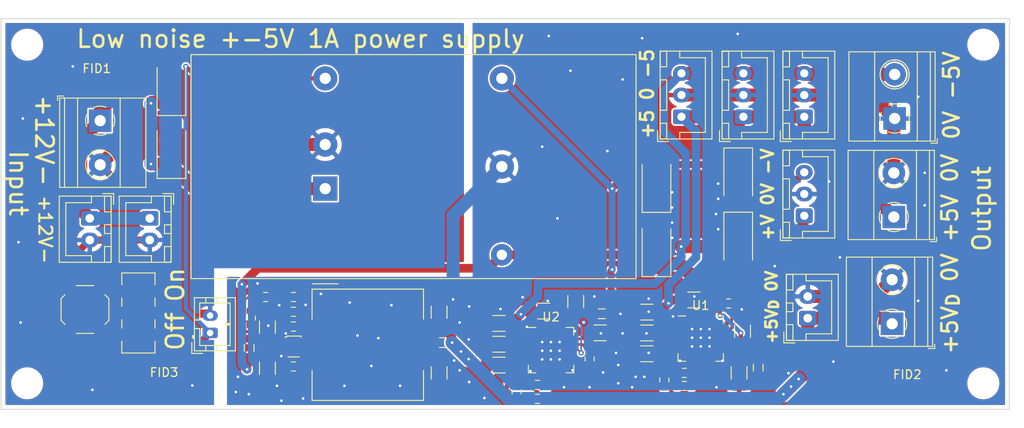
<source format=kicad_pcb>
(kicad_pcb (version 20221018) (generator pcbnew)
  (title_block (comment 4 "AISLER Project ID: TQEIXWXZ"))
  (layers (0 "F.Cu" signal) (31 "B.Cu" signal) (34 "B.Paste" user) (35 "F.Paste" user) (36 "B.SilkS" user "B.Silkscreen") (37 "F.SilkS" user "F.Silkscreen") (38 "B.Mask" user) (39 "F.Mask" user) (44 "Edge.Cuts" user))
  (net 0 "")
  (net 1 "+5V")
  (net 2 "GND")
  (net 3 "Net-(U1-EN)")
  (net 4 "IN")
  (net 5 "-5V")
  (net 6 "Net-(U3-EN)")
  (net 7 "+5VD")
  (net 8 "Net-(U3-SW)")
  (net 9 "Net-(D3-A)")
  (net 10 "+12V")
  (net 11 "-12V")
  (net 12 "Net-(U1-SENSE{slash}FB)")
  (net 21 "Net-(U1-NR)")
  (net 22 "Net-(U2-FB)")
  (net 23 "Net-(U2-NR{slash}SS)")
  (net 24 "Net-(U3-RT)")
  (net 25 "Net-(U3-BST)")
  (net 26 "Net-(U3-SS)")
  (net 27 "Net-(U3-FB)")
  (net 28 "Net-(C22-Pad1)")
  (net 29 "Net-(J12-Pin_1)")
  (net 30 "GNDPWR")
  (net 32 "/12V_{In}")
  (footprint "Diode_SMD:D_SMA" (layer "F.Cu") (at 142.8 57.8 -90)
    (fp_text reference "D2" hide)
    (fp_text value "SMAJ5.0A")
  )
  (footprint "Connector_JST:JST_XH_B2B-XH-A_1x02_P2.50mm_Vertical" (layer "F.Cu") (at 75.1 55 -90)
    (fp_text reference "J13" hide)
    (fp_text value "B2B-XH-A")
  )
  (footprint "Diode_SMD:D_SMA" (layer "F.Cu") (at 77.6 39.65 90)
    (fp_text reference "D3" hide)
    (fp_text value "SS210")
  )
  (footprint "Resistor_SMD:R_0603_1608Metric" (layer "F.Cu") (at 119.71 74.19)
    (fp_text reference "R5" hide)
    (fp_text value "102k")
  )
  (footprint "Inductor_SMD:L_0805_2012Metric" (layer "F.Cu") (at 145.1 72.2 90)
    (fp_text reference "FB1" hide)
    (fp_text value "742792097")
  )
  (footprint "Package_TO_SOT_SMD:SOT-583-8" (layer "F.Cu") (at 91.6475 69.7625)
    (fp_text reference "U3" hide)
    (fp_text value "TPS62932")
  )
  (footprint "Capacitor_SMD:C_1206_3216Metric" (layer "F.Cu") (at 88.6375 72.2625 90)
    (fp_text reference "C19" hide)
    (fp_text value "22uF 16V")
  )
  (footprint "Inductor_SMD:L_0805_2012Metric" (layer "F.Cu") (at 86.5375 69.925 90)
    (fp_text reference "FB3" hide)
    (fp_text value "742792097")
  )
  (footprint "Connector_JST:JST_XH_B3B-XH-A_1x03_P2.50mm_Vertical" (layer "F.Cu") (at 150.4 43.3 90)
    (fp_text reference "J1" hide)
    (fp_text value "B3B-XH-A")
  )
  (footprint "Uli-RAM:L_SXN_SMDRI127" (layer "F.Cu") (at 100.1875 69.5625)
    (fp_text reference "L1" hide)
    (fp_text value "L_Small")
  )
  (footprint "Connector_JST:JST_XH_B2B-XH-A_1x02_P2.50mm_Vertical" (layer "F.Cu") (at 150.8 66.5 90)
    (fp_text reference "J11" hide)
    (fp_text value "B2B-XH-A")
  )
  (footprint "Fiducial:Fiducial_0.5mm_Mask1mm" (layer "F.Cu") (at 69 39.25)
    (fp_text reference "FID1")
    (fp_text value "Fiducial")
  )
  (footprint "Resistor_SMD:R_0603_1608Metric" (layer "F.Cu") (at 141.7 64.8)
    (fp_text reference "C1" hide)
    (fp_text value "1uF")
  )
  (footprint "Resistor_SMD:R_0603_1608Metric" (layer "F.Cu") (at 125.71 71.19 -90)
    (fp_text reference "C12" hide)
    (fp_text value "1uF")
  )
  (footprint "Resistor_SMD:R_0603_1608Metric" (layer "F.Cu") (at 136.6 74.31)
    (fp_text reference "R2" hide)
    (fp_text value "25.5k")
  )
  (footprint "Fiducial:Fiducial_0.5mm_Mask1mm" (layer "F.Cu") (at 162.25 74.5)
    (fp_text reference "FID2")
    (fp_text value "Fiducial")
  )
  (footprint "Resistor_SMD:R_0603_1608Metric" (layer "F.Cu") (at 91.6375 64.0625)
    (fp_text reference "R7" hide)
    (fp_text value "102k")
  )
  (footprint "Resistor_SMD:R_0603_1608Metric" (layer "F.Cu") (at 91.6375 67.4625 180)
    (fp_text reference "C9" hide)
    (fp_text value "1uF")
  )
  (footprint "Capacitor_SMD:C_1206_3216Metric" (layer "F.Cu") (at 142.9 72.8 90)
    (fp_text reference "C7" hide)
    (fp_text value "22uF 16V")
  )
  (footprint "Connector_JST:JST_XH_B3B-XH-A_1x03_P2.50mm_Vertical" (layer "F.Cu") (at 143.4 43.3 90)
    (fp_text reference "J2" hide)
    (fp_text value "B3B-XH-A")
  )
  (footprint "Resistor_SMD:R_0603_1608Metric" (layer "F.Cu") (at 119.71 75.79)
    (fp_text reference "R4" hide)
    (fp_text value "332k")
  )
  (footprint "Button_Switch_SMD:SW_SPST_TL3342" (layer "F.Cu") (at 67.65 65.5 -90)
    (fp_text reference "SW1" hide)
    (fp_text value "RST")
  )
  (footprint "Capacitor_SMD:C_1206_3216Metric" (layer "F.Cu") (at 143.3 68 90)
    (fp_text reference "C8" hide)
    (fp_text value "22uF 16V")
  )
  (footprint "TerminalBlock_Phoenix:TerminalBlock_Phoenix_MKDS-1,5-2-5.08_1x02_P5.08mm_Horizontal" (layer "F.Cu") (at 160.705 54.845 90)
    (fp_text reference "J6" hide)
    (fp_text value "Screw_Terminal_01x02")
  )
  (footprint "Resistor_SMD:R_0603_1608Metric" (layer "F.Cu") (at 88.4375 64.0625)
    (fp_text reference "R6" hide)
    (fp_text value "332k")
  )
  (footprint "Capacitor_SMD:C_1206_3216Metric" (layer "F.Cu") (at 124.11 64.59 -90)
    (fp_text reference "C10" hide)
    (fp_text value "22uF 16V")
  )
  (footprint "Capacitor_SMD:C_1206_3216Metric" (layer "F.Cu") (at 132.3 65.8 180)
    (fp_text reference "C6" hide)
    (fp_text value "22uF 16V")
  )
  (footprint "Connector_JST:JST_XH_B2B-XH-A_1x02_P2.50mm_Vertical" (layer "F.Cu") (at 68.2 55 -90)
    (fp_text reference "J5" hide)
    (fp_text value "B2B-XH-A")
  )
  (footprint "Connector_JST:JST_XH_B3B-XH-A_1x03_P2.50mm_Vertical" (layer "F.Cu") (at 136.275 43.3 90)
    (fp_text reference "J3" hide)
    (fp_text value "B3B-XH-A")
  )
  (footprint "Resistor_SMD:R_0603_1608Metric" (layer "F.Cu") (at 136.6 72.8)
    (fp_text reference "R1" hide)
    (fp_text value "10k")
  )
  (footprint "Capacitor_SMD:C_1206_3216Metric" (layer "F.Cu") (at 120.4325 65.68 180)
    (fp_text reference "C14" hide)
    (fp_text value "22uF 16V")
  )
  (footprint "Capacitor_SMD:C_1206_3216Metric" (layer "F.Cu") (at 115.275 71.9)
    (fp_text reference "C16" hide)
    (fp_text value "22uF 16V")
  )
  (footprint "Resistor_SMD:R_0603_1608Metric" (layer "F.Cu") (at 134.3 73.6 90)
    (fp_text reference "C2" hide)
    (fp_text value "10uF")
  )
  (footprint "Button_Switch_SMD:SW_DPDT_CK_JS202011JCQN" (layer "F.Cu") (at 73.8 65.9 -90)
    (fp_text reference "SW2" hide)
    (fp_text value "SW_SPDT")
  )
  (footprint "TerminalBlock_Phoenix:TerminalBlock_Phoenix_MKDS-1,5-2-5.08_1x02_P5.08mm_Horizontal" (layer "F.Cu") (at 160.505 67.145 90)
    (fp_text reference "J10" hide)
    (fp_text value "Screw_Terminal_01x02")
  )
  (footprint "Capacitor_SMD:C_1206_3216Metric" (layer "F.Cu") (at 132.3 68.2 180)
    (fp_text reference "C3" hide)
    (fp_text value "22uF 16V")
  )
  (footprint "Capacitor_SMD:C_1206_3216Metric" (layer "F.Cu") (at 137.7 64.4 180)
    (fp_text reference "C5" hide)
    (fp_text value "22uF 16V")
  )
  (footprint "Uli-DCDC:Converter_DCDC_MeanWell_NSD10_THT" (layer "F.Cu") (at 95.29 51.58)
    (fp_text reference "U4" hide)
    (fp_text value "NSD10-xxDyy")
  )
  (footprint "Package_DFN_QFN:Texas_S-PVQFN-N20_EP3.15x3.15mm" (layer "F.Cu") (at 138.4875 68.85)
    (fp_text reference "U1")
    (fp_text value "TPS7A4701xRGW")
  )
  (footprint "Capacitor_SMD:C_1206_3216Metric" (layer "F.Cu") (at 126.91 68.19)
    (fp_text reference "C11" hide)
    (fp_text value "22uF 16V")
  )
  (footprint "Capacitor_SMD:C_1206_3216Metric" (layer "F.Cu") (at 132.3 70.6)
    (fp_text reference "C4" hide)
    (fp_text value "22uF 16V")
  )
  (footprint "Diode_SMD:D_SMA" (layer "F.Cu") (at 133.4 50.8 90)
    (fp_text reference "D6" hide)
    (fp_text value "SMAJ12.0A")
  )
  (footprint "Resistor_SMD:R_0603_1608Metric" (layer "F.Cu") (at 86.7375 66.4875 90)
    (fp_text reference "C23" hide)
    (fp_text value "10pF")
  )
  (footprint "Diode_SMD:D_SMA" (layer "F.Cu") (at 77.6 46.9 90)
    (fp_text reference "D4" hide)
    (fp_text value "SMAJ12A")
  )
  (footprint "MountingHole:MountingHole_3.2mm_M3_ISO7380" (layer "F.Cu") (at 61 35 90)
    (fp_text reference "H1" hide)
    (fp_text value "MountingHole")
  )
  (footprint "TerminalBlock_Phoenix:TerminalBlock_Phoenix_MKDS-1,5-2-5.08_1x02_P5.08mm_Horizontal" (layer "F.Cu") (at 69.4 43.75 -90)
    (fp_text reference "J8" hide)
    (fp_text value "Screw_Terminal_01x02")
  )
  (footprint "Diode_SMD:D_SMA" (layer "F.Cu") (at 142.8 50.4 -90)
    (fp_text reference "D1" hide)
    (fp_text value "SMAJ5.0A")
  )
  (footprint "MountingHole:MountingHole_3.2mm_M3_ISO7380" (layer "F.Cu") (at 171 74 90)
    (fp_text reference "H3" hide)
    (fp_text value "MountingHole")
  )
  (footprint "MountingHole:MountingHole_3.2mm_M3_ISO7380" (layer "F.Cu") (at 171 35 90)
    (fp_text reference "H4" hide)
    (fp_text value "MountingHole")
  )
  (footprint "Connector_JST:JST_XH_B3B-XH-A_1x03_P2.50mm_Vertical" (layer "F.Cu") (at 150.4 54.7 90)
    (fp_text reference "J9" hide)
    (fp_text value "B3B-XH-A")
  )
  (footprint "Capacitor_SMD:C_1206_3216Metric" (layer "F.Cu") (at 108.3875 65.8125 90)
    (fp_text reference "C21" hide)
    (fp_text value "22uF 16V")
  )
  (footprint "Resistor_SMD:R_0603_1608Metric" (layer "F.Cu") (at 117.31 74.99 90)
    (fp_text reference "C13" hide)
    (fp_text value "1nF")
  )
  (footprint "Capacitor_SMD:C_1206_3216Metric" (layer "F.Cu") (at 88.6375 67.5375 90)
    (fp_text reference "C20" hide)
    (fp_text value "22uF 16V")
  )
  (footprint "Connector_JST:JST_PH_B2B-PH-K_1x02_P2.00mm_Vertical" (layer "F.Cu") (at 82.05 68.2 90)
    (fp_text reference "J12" hide)
    (fp_text value "B2B-XH-A")
  )
  (footprint "Capacitor_SMD:C_1206_3216Metric" (layer "F.Cu") (at 108.3875 72.8125 -90)
    (fp_text reference "C22" hide)
    (fp_text value "22uF 16V")
  )
  (footprint "Capacitor_SMD:C_1206_3216Metric" (layer "F.Cu") (at 115.275 69.5 180)
    (fp_text reference "C15" hide)
    (fp_text value "22uF 16V")
  )
  (footprint "Inductor_SMD:L_0805_2012Metric" (layer "F.Cu") (at 127.11 65.99 180)
    (fp_text reference "FB2" hide)
    (fp_text value "742792097")
  )
  (footprint "Package_DFN_QFN:Texas_S-PVQFN-N20_EP3.15x3.15mm" (layer "F.Cu") (at 121.27 70.18)
    (fp_text reference "U2")
    (fp_text value "TPS7A3301RGW")
  )
  (footprint "Capacitor_SMD:C_1206_3216Metric" (layer "F.Cu") (at 115.275 67.1 180)
    (fp_text reference "C17" hide)
    (fp_text value "22uF 16V")
  )
  (footprint "Diode_SMD:D_SMA" (layer "F.Cu") (at 133.4 58.2 90)
    (fp_text reference "D5" hide)
    (fp_text value "SMAJ12.0A")
  )
  (footprint "Inductor_SMD:L_0805_2012Metric" (layer "F.Cu") (at 108.825 69.3125)
    (fp_text reference "FB4" hide)
    (fp_text value "742792097")
  )
  (footprint "Fiducial:Fiducial_0.5mm_Mask1mm" (layer "F.Cu") (at 76.75 74.25)
    (fp_text reference "FID3")
    (fp_text value "Fiducial")
  )
  (footprint "MountingHole:MountingHole_3.2mm_M3_ISO7380" (layer "F.Cu") (at 61 74 90)
    (fp_text reference "H2" hide)
    (fp_text value "MountingHole")
  )
  (footprint "Resistor_SMD:R_0603_1608Metric" (layer "F.Cu") (at 91.6375 65.7625)
    (fp_text reference "R3" hide)
    (fp_text value "100k")
  )
  (footprint "TerminalBlock_Phoenix:TerminalBlock_Phoenix_MKDS-1,5-2-5.08_1x02_P5.08mm_Horizontal" (layer "F.Cu") (at 160.8 43.5 90)
    (fp_text reference "J7" hide)
    (fp_text value "Screw_Terminal_01x02")
  )
  (footprint "Resistor_SMD:R_0603_1608Metric" (layer "F.Cu") (at 91.6375 72.0625)
    (fp_text reference "C18" hide)
    (fp_text value "100nF")
  )
  (gr_rect (start 58 32) (end 174 77) (stroke (width 0.1)) (fill none) (layer "Edge.Cuts"))
  (gr_text "+5V_{D} 0V" (at 147.4 69.6 90) (layer "F.SilkS") (effects (font (size 1.3 1.3) (thickness 0.3) bold) (justify left bottom)))
  (gr_text "+12V-" (at 61.8 40.6 270) (layer "F.SilkS") (effects (font (size 2 2) (thickness 0.3) bold) (justify left bottom)))
  (gr_text "+5V 0V" (at 168.2 57.9 90) (layer "F.SilkS") (effects (font (size 1.8 1.8) (thickness 0.3) bold) (justify left bottom)))
  (gr_text "Input" (at 58.8 47 270) (layer "F.SilkS") (effects (font (size 2 2) (thickness 0.3) bold) (justify left bottom)))
  (gr_text "0V -5V" (at 168.4 46.1 90) (layer "F.SilkS") (effects (font (size 1.8 1.8) (thickness 0.3) bold) (justify left bottom)))
  (gr_text "+V 0V -V" (at 147 57.7 90) (layer "F.SilkS") (effects (font (size 1.4 1.4) (thickness 0.3) bold) (justify left bottom)))
  (gr_text "+5V_{D} 0V" (at 168.2 70.8 90) (layer "F.SilkS") (effects (font (size 1.8 1.8) (thickness 0.3) bold) (justify left bottom)))
  (gr_text "Output" (at 172 59 90) (layer "F.SilkS") (effects (font (size 2 2) (thickness 0.3) bold) (justify left bottom)))
  (gr_text "Off" (at 79.2 70.4 90) (layer "F.SilkS") (effects (font (size 2 2) (thickness 0.3) bold) (justify left bottom)))
  (gr_text "Low noise +-5V 1A power supply" (at 66.5 35.5) (layer "F.SilkS") (effects (font (size 2 2) (thickness 0.3) bold) (justify left bottom)))
  (gr_text "On" (at 79.2 64.8 90) (layer "F.SilkS") (effects (font (size 2 2) (thickness 0.3) bold) (justify left bottom)))
  (gr_text "+12V-" (at 62.2 52.2 270) (layer "F.SilkS") (effects (font (size 1.5 1.5) (thickness 0.25) bold) (justify left bottom)))
  (gr_text "+5 0 -5" (at 133.2 46 90) (layer "F.SilkS") (effects (font (size 1.5 1.5) (thickness 0.3) bold) (justify left bottom)))
  (segment (start 137.1875 65.3625) (end 136.225 64.4) (width 0.4) (layer "F.Cu") (net 1))
  (segment (start 135.175 64.4) (end 136.225 64.4) (width 1) (layer "F.Cu") (net 1))
  (segment (start 135.775 74.31) (end 134.415 74.31) (width 0.2) (layer "F.Cu") (net 1))
  (segment (start 133.775 70.6) (end 133.775 68.2) (width 1) (layer "F.Cu") (net 1))
  (segment (start 134.415 74.31) (end 134.3 74.425) (width 0.2) (layer "F.Cu") (net 1))
  (segment (start 133.2 71.175) (end 133.775 70.6) (width 0.2) (layer "F.Cu") (net 1))
  (segment (start 134.3 74.425) (end 133.2 73.325) (width 0.2) (layer "F.Cu") (net 1))
  (segment (start 160.705 54.845) (end 150.4 44.54) (width 1.5) (layer "F.Cu") (net 1))
  (segment (start 136.275 43.3) (end 143.4 43.3) (width 1.5) (layer "F.Cu") (net 1))
  (segment (start 133.2 73.325) (end 133.2 71.175) (width 0.2) (layer "F.Cu") (net 1))
  (segment (start 133.775 65.8) (end 133.775 68.2) (width 1) (layer "F.Cu") (net 1))
  (segment (start 150.4 43.3) (end 143.4 43.3) (width 1.5) (layer "F.Cu") (net 1))
  (segment (start 142.8 43.9) (end 143.4 43.3) (width 1.5) (layer "F.Cu") (net 1))
  (segment (start 134.7875 64.7875) (end 135.175 64.4) (width 1) (layer "F.Cu") (net 1))
  (segment (start 134.425 67.55) (end 133.775 68.2) (width 0.4) (layer "F.Cu") (net 1))
  (segment (start 142.8 48.4) (end 142.8 43.9) (width 1.5) (layer "F.Cu") (net 1))
  (segment (start 137.1875 66.4875) (end 137.1875 65.3625) (width 0.4) (layer "F.Cu") (net 1))
  (segment (start 133.775 65.8) (end 134.7875 64.7875) (width 1) (layer "F.Cu") (net 1))
  (segment (start 136.125 67.55) (end 134.425 67.55) (width 0.4) (layer "F.Cu") (net 1))
  (segment (start 150.4 44.54) (end 150.4 43.3) (width 1.5) (layer "F.Cu") (net 1))
  (via (at 134.7875 64.7875) (size 0.6) (drill 0.3) (layers "F.Cu" "B.Cu") (net 1))
  (segment (start 137.95 59.497056) (end 137.95 44.975) (width 1) (layer "B.Cu") (net 1))
  (segment (start 134.7875 62.659556) (end 137.95 59.497056) (width 1) (layer "B.Cu") (net 1))
  (segment (start 137.95 44.975) (end 136.275 43.3) (width 1) (layer "B.Cu") (net 1))
  (segment (start 134.7875 64.7875) (end 134.7875 62.659556) (width 1) (layer "B.Cu") (net 1))
  (segment (start 130.825 70.6) (end 130.825 68.2) (width 1) (layer "F.Cu") (net 2))
  (segment (start 111.0375 64.3375) (end 111.85 65.15) (width 1.5) (layer "F.Cu") (net 2))
  (segment (start 92.4625 65.7625) (end 92.4625 65.5375) (width 0.5) (layer "F.Cu") (net 2))
  (segment (start 137.8375 71.2125) (end 137.8375 69.5) (width 0.4) (layer "F.Cu") (net 2))
  (segment (start 137.8375 71.2125) (end 137.8375 72.3875) (width 0.4) (layer "F.Cu") (net 2))
  (segment (start 92.4625 64.0625) (end 92.4625 64.3875) (width 0.5) (layer "F.Cu") (net 2))
  (segment (start 160.705 49.765) (end 160.705 43.595) (width 1.5) (layer "F.Cu") (net 2))
  (segment (start 97.5 74.2875) (end 89.7375 74.2875) (width 1) (layer "F.Cu") (net 2))
  (segment (start 90.0625 71.3375) (end 89.7375 71.6625) (width 0.3) (layer "F.Cu") (net 2))
  (segment (start 142.9 74.275) (end 141.425 72.8) (width 0.8) (layer "F.Cu") (net 2))
  (segment (start 148.8 40.8) (end 143.4 40.8) (width 1.5) (layer "F.Cu") (net 2))
  (segment (start 110 64.3375) (end 111.0375 64.3375) (width 1.5) (layer "F.Cu") (net 2))
  (segment (start 123.535 74.19) (end 125.71 72.015) (width 0.4) (layer "F.Cu") (net 2))
  (segment (start 120.62 72.5425) (end 120.62 70.83) (width 0.4) (layer "F.Cu") (net 2))
  (segment (start 92.4625 65.5375) (end 93.0375 64.9625) (width 0.5) (layer "F.Cu") (net 2))
  (segment (start 150.4 40.8) (end 148.8 40.8) (width 1.5) (layer "F.Cu") (net 2))
  (segment (start 121.9075 65.68) (end 120.891104 64.663604) (width 1) (layer "F.Cu") (net 2))
  (segment (start 90.2375 70.8625) (end 90.0625 71.0375) (width 0.3) (layer "F.Cu") (net 2))
  (segment (start 118 64.08) (end 116.82 64.08) (width 1) (layer "F.Cu") (net 2))
  (segment (start 128.385 69.34) (end 125.71 72.015) (width 0.5) (layer "F.Cu") (net 2))
  (segment (start 113.8 71.9) (end 113.8 69.5) (width 1) (layer "F.Cu") (net 2))
  (segment (start 133.4 56.2) (end 133.4 52.8) (width 1.5) (layer "F.Cu") (net 2))
  (segment (start 130.95 65.8) (end 132.5 64.25) (width 1) (layer "F.Cu") (net 2))
  (segment (start 120.891104 64.663604) (end 120.891104 64.510277) (width 1) (layer "F.Cu") (net 2))
  (segment (start 88.6375 67.2625) (end 88.7375 67.3625) (width 0.5) (layer "F.Cu") (net 2))
  (segment (start 121.9075 65.68) (end 121.9075 65.3175) (width 1) (layer "F.Cu") (net 2))
  (segment (start 160.8 43.5) (end 158.1 40.8) (width 1.5) (layer "F.Cu") (net 2))
  (segment (start 111.85 73.85) (end 113.8 71.9) (width 1) (layer "F.Cu") (net 2))
  (segment (start 115.45 65.45) (end 113.8 67.1) (width 1) (layer "F.Cu") (net 2))
  (segment (start 139.175 64.4) (end 138.15 64.4) (width 0.8) (layer "F.Cu") (net 2))
  (segment (start 137.8375 72.3875) (end 137.425 72.8) (width 0.4) (layer "F.Cu") (net 2))
  (segment (start 120.62 74.105) (end 120.535 74.19) (width 0.4) (layer "F.Cu") (net 2))
  (segment (start 89.1875 74.2875) (end 88.6375 73.7375) (width 1) (layer "F.Cu") (net 2))
  (segment (start 103.9 74.2875) (end 97.5 74.2875) (width 1) (layer "F.Cu") (net 2))
  (segment (start 88.6375 66.0625) (end 88.6375 67.2625) (width 0.5) (layer "F.Cu") (net 2))
  (segment (start 111.4125 74.2875) (end 111.85 73.85) (width 1) (layer "F.Cu") (net 2))
  (segment (start 142.8 52.4) (end 142.8 55.8) (width 1.5) (layer "F.Cu") (net 2))
  (segment (start 92.4625 64.3875) (end 93.0375 64.9625) (width 0.5) (layer "F.Cu") (net 2))
  (segment (start 143.2125 65.4875) (end 142.525 64.8) (width 0.8) (layer "F.Cu") (net 2))
  (segment (start 108.3875 64.3375) (end 110 64.3375) (width 1.5) (layer "F.Cu") (net 2))
  (segment (start 128.385 68.19) (end 128.385 69.34) (width 0.5) (layer "F.Cu") (net 2))
  (segment (start 150.8 64) (end 158.57 64) (width 1.5) (layer "F.Cu") (net 2))
  (segment (start 89.7375 74.2875) (end 89.1875 74.2875) (width 1) (layer "F.Cu") (net 2))
  (segment (start 120.62 70.83) (end 121.27 70.18) (width 0.4) (layer "F.Cu") (net 2))
  (segment (start 158.1 40.8) (end 148.8 40.8) (width 1.5) (layer "F.Cu") (net 2))
  (segment (start 136.275 40.8) (end 143.4 40.8) (width 1.5) (layer "F.Cu") (net 2))
  (segment (start 160.705 43.595) (end 160.8 43.5) (width 1.5) (layer "F.Cu") (net 2))
  (segment (start 116.82 64.08) (end 115.45 65.45) (width 1) (layer "F.Cu") (net 2))
  (segment (start 89.7375 71.6625) (end 89.7375 72.6375) (width 0.5) (layer "F.Cu") (net 2))
  (segment (start 120.62 72.5425) (end 120.62 74.505) (width 0.4) (layer "F.Cu") (net 2))
  (segment (start 158.57 64) (end 160.505 62.065) (width 1.5) (layer "F.Cu") (net 2))
  (segment (start 90.9075 70.5125) (end 90.5875 70.5125) (width 0.3) (layer "F.Cu") (net 2))
  (segment (start 141.425 72.8) (end 137.425 72.8) (width 0.8) (layer "F.Cu") (net 2))
  (segment (start 90.0625 71.0375) (end 90.0625 71.3375) (width 0.3) (layer "F.Cu") (net 2))
  (segment (start 143.5 66.525) (end 143.5 65.775) (width 0.8) (layer "F.Cu") (net 2))
  (segment (start 90.5875 70.5125) (end 90.2375 70.8625) (width 0.3) (layer "F.Cu") (net 2))
  (segment (start 120.535 74.19) (end 123.535 74.19) (width 0.4) (layer "F.Cu") (net 2))
  (segment (start 120.460827 64.08) (end 120.891104 64.510277) (width 1) (layer "F.Cu") (net 2))
  (segment (start 130.825 68.2) (end 130.825 65.8) (width 1) (layer "F.Cu") (net 2))
  (segment (start 138.15 64.4) (end 137.75 64) (width 0.8) (layer "F.Cu") (net 2))
  (segment (start 108.3875 74.2875) (end 111.4125 74.2875) (width 1) (layer "F.Cu") (net 2))
  (segment (start 130.825 65.8) (end 130.95 65.8) (width 1) (layer "F.Cu") (net 2))
  (segment (start 113.8 67.1) (end 113.8 69.5) (width 1) (layer "F.Cu") (net 2))
  (segment (start 90.8125 68.1875) (end 90.75 68.25) (width 0.2) (layer "F.Cu") (net 2))
  (segment (start 121.9075 65.3175) (end 124.11 63.115) (width 1) (layer "F.Cu") (net 2))
  (segment (start 137.8375 69.5) (end 138.4875 68.85) (width 0.4) (layer "F.Cu") (net 2))
  (segment (start 111.85 65.15) (end 113.8 67.1) (width 1.5) (layer "F.Cu") (net 2))
  (segment (start 118 64.08) (end 120.460827 64.08) (width 1) (layer "F.Cu") (net 2))
  (segment (start 90.8125 67.121072) (end 90.8125 67.4625) (width 0.2) (layer "F.Cu") (net 2))
  (segment (start 90.8125 67.4625) (end 90.8125 68.1875) (width 0.4) (layer "F.Cu") (net 2))
  (segment (start 108.3875 74.2875) (end 103.9 74.2875) (width 1) (layer "F.Cu") (net 2))
  (segment (start 143.5 65.775) (end 143.2125 65.4875) (width 0.8) (layer "F.Cu") (net 2))
  (segment (start 89.7375 72.6375) (end 88.6375 73.7375) (width 0.5) (layer "F.Cu") (net 2))
  (via (at 90.75 68.25) (size 0.6) (drill 0.3) (layers "F.Cu" "B.Cu") (net 2))
  (via (at 111.85 73.85) (size 0.6) (drill 0.3) (layers "F.Cu" "B.Cu") (net 2))
  (via (at 153.25 50.75) (size 0.6) (drill 0.3) (layers "F.Cu" "B.Cu") (net 2))
  (via (at 85.25 73.25) (size 0.6) (drill 0.3) (layers "F.Cu" "B.Cu") (net 2))
  (via (at 132.25 68.25) (size 0.6) (drill 0.3) (layers "F.Cu" "B.Cu") (net 2))
  (via (at 121 34) (size 0.6) (drill 0.3) (layers "F.Cu" "B.Cu") (net 2))
  (via (at 132.5 65.75) (size 0.6) (drill 0.3) (layers "F.Cu" "B.Cu") (net 2))
  (via (at 113.6 75.7) (size 0.6) (drill 0.3) (layers "F.Cu" "B.Cu") (net 2))
  (via (at 140.5 52.75) (size 0.6) (drill 0.3) (layers "F.Cu" "B.Cu") (net 2))
  (via (at 121.25 69.25) (size 0.6) (drill 0.3) (layers "F.Cu" "B.Cu") (net 2))
  (via (at 118.9 72.6) (size 0.6) (drill 0.3) (layers "F.Cu" "B.Cu") (net 2))
  (via (at 92.75 75.75) (size 0.6) (drill 0.3) (layers "F.Cu" "B.Cu") (net 2))
  (via (at 129 71.9) (size 0.6) (drill 0.3) (layers "F.Cu" "B.Cu") (net 2))
  (via (at 115.45 65.45) (size 0.6) (drill 0.3) (layers "F.Cu" "B.Cu") (net 2))
  (via (at 121.25 71.25) (size 0.6) (drill 0.3) (layers "F.Cu" "B.Cu") (net 2))
  (via (at 89.7375 74.2875) (size 0.6) (drill 0.3) (layers "F.Cu" "B.Cu") (net 2))
  (via (at 85 75) (size 0.6) (drill 0.3) (layers "F.Cu" "B.Cu") (net 2))
  (via (at 138.5 69.75) (size 0.6) (drill 0.3) (layers "F.Cu" "B.Cu") (net 2))
  (via (at 120.891104 64.510277) (size 0.6) (drill 0.3) (layers "F.Cu" "B.Cu") (net 2))
  (via (at 139.5 69.75) (size 0.6) (drill 0.3) (layers "F.Cu" "B.Cu") (net 2))
  (via (at 132.5 70.5) (size 0.6) (drill 0.3) (layers "F.Cu" "B.Cu") (net 2))
  (via (at 123.75 72.5) (size 0.6) (drill 0.3) (layers "F.Cu" "B.Cu") (net 2))
  (via (at 140.3 74.45) (size 0.6) (drill 0.3) (layers "F.Cu" "B.Cu") (net 2))
  (via (at 118.5 67.5) (size 0.6) (drill 0.3) (layers "F.Cu" "B.Cu") (net 2))
  (via (at 137.5 68.75) (size 0.6) (drill 0.3) (layers "F.Cu" "B.Cu") (net 2))
  (via (at 120.25 71.25) (size 0.6) (drill 0.3) (layers "F.Cu" "B.Cu") (net 2))
  (via (at 132.5 64.25) (size 0.6) (drill 0.3) (layers "F.Cu" "B.Cu") (net 2))
  (via (at 90 65) (size 0.6) (drill 0.3) (layers "F.Cu" "B.Cu") (net 2))
  (via (at 135.2 53.75) (size 0.6) (drill 0.3) (layers "F.Cu" "B.Cu") (net 2))
  (via (at 110.75 72.5) (size 0.6) (drill 0.3) (layers "F.Cu" "B.Cu") (net 2))
  (via (at 139.5 68.75) (size 0.6) (drill 0.3) (layers "F.Cu" "B.Cu") (net 2))
  (via (at 110 64.3375) (size 0.6) (drill 0.3) (layers "F.Cu" "B.Cu") (net 2))
  (via (at 121.25 70.25) (size 0.6) (drill 0.3) (layers "F.Cu" "B.Cu") (net 2))
  (via (at 86.5 75.25) (size 0.6) (drill 0.3) (layers "F.Cu" "B.Cu") (net 2))
  (via (at 120.25 46.75) (size 0.6) (drill 0.3) (layers "F.Cu" "B.Cu") (net 2))
  (via (at 143.2125 65.4875) (size 0.6) (drill 0.3) (layers "F.Cu" "B.Cu") (net 2))
  (via (at 87.5 62.5) (size 0.6) (drill 0.3) (layers "F.Cu" "B.Cu") (net 2))
  (via (at 102.9 65) (size 0.6) (drill 0.3) (layers "F.Cu" "B.Cu") (net 2))
  (via (at 154.5 59.5) (size 0.6) (drill 0.3) (layers "F.Cu" "B.Cu") (net 2))
  (via (at 94.8 63.7) (size 0.6) (drill 0.3) (layers "F.Cu" "B.Cu") (net 2))
  (via (at 147 60.5) (size 0.6) (drill 0.3) (layers "F.Cu" "B.Cu") (net 2))
  (via (at 166.75 72.5) (size 0.6) (drill 0.3) (layers "F.Cu" "B.Cu") (net 2))
  (via (at 137.5 69.75) (size 0.6) (drill 0.3) (layers "F.Cu" "B.Cu") (net 2))
  (via (at 129.25 66) (size 0.6) (drill 0.3) (layers "F.Cu" "B.Cu") (net 2))
  (via (at 110.118261 71.381739) (size 0.6) (drill 0.3) (layers "F.Cu" "B.Cu") (net 2))
  (via (at 99 68.5) (size 0.6) (drill 0.3) (layers "F.Cu" "B.Cu") (net 2))
  (via (at 110.75 67) (size 0.6) (drill 0.3) (layers "F.Cu" "B.Cu") (net 2))
  (via (at 164.25 53.5) (size 0.6) (drill 0.3) (layers "F.Cu" "B.Cu") (net 2))
  (via (at 122.25 71.25) (size 0.6) (drill 0.3) (layers "F.Cu" "B.Cu") (net 2))
  (via (at 120.25 69.25) (size 0.6) (drill 0.3) (layers "F.Cu" "B.Cu") (net 2))
  (via (at 120.25 70.25) (size 0.6) (drill 0.3) (layers "F.Cu" "B.Cu") (net 2))
  (via (at 122.25 70.25) (size 0.6) (drill 0.3) (layers "F.Cu" "B.Cu") (net 2))
  (via (at 129.5 68.25) (size 0.6) (drill 0.3) (layers "F.Cu" "B.Cu") (net 2))
  (via (at 164.25 49.75) (size 0.6) (drill 0.3) (layers "F.Cu" "B.Cu") (net 2))
  (via (at 135.2 52) (size 0.6) (drill 0.3) (layers "F.Cu" "B.Cu") (net 2))
  (via (at 97.5 74.2875) (size 0.6) (drill 0.3) (layers "F.Cu" "B.Cu") (net 2))
  (via (at 111.794239 68.955761) (size 0.6) (drill 0.3) (layers "F.Cu" "B.Cu") (net 2))
  (via (at 111.85 65.15) (size 0.6) (drill 0.3) (layers "F.Cu" "B.Cu") (net 2))
  (via (at 137.75 64) (size 0.6) (drill 0.3) (layers "F.Cu" "B.Cu") (net 2))
  (via (at 127 68.25) (size 0.6) (drill 0.3) (layers "F.Cu" "B.Cu") (net 2))
  (via (at 136.1 71.4) (size 0.6) (drill 0.3) (layers "F.Cu" "B.Cu") (net 2))
  (via (at 139.5 67.75) (size 0.6) (drill 0.3) (layers "F.Cu" "B.Cu") (net 2))
  (via (at 126.25 64) (size 0.6) (drill 0.3) (layers "F.Cu" "B.Cu") (net 2))
  (via (at 163.5 64.5) (size 0.6) (drill 0.3) (layers "F.Cu" "B.Cu") (net 2))
  (via (at 122.25 69.25) (size 0.6) (drill 0.3) (layers "F.Cu" "B.Cu") (net 2))
  (via (at 88.7375 67.3625) (size 0.6) (drill 0.3) (layers "F.Cu" "B.Cu") (net 2))
  (via (at 130.6 74.45) (size 0.6) (drill 0.3) (layers "F.Cu" "B.Cu") (net 2))
  (via (at 142.75 33.75) (size 0.6) (drill 0.3) (layers "F.Cu" "B.Cu") (net 2))
  (via (at 138.5 67.75) (size 0.6) (drill 0.3) (layers "F.Cu" "B.Cu") (net 2))
  (via (at 135.3 66.3) (size 0.6) (drill 0.3) (layers "F.Cu" "B.Cu") (net 2))
  (via (at 103.9 74.2875) (size 0.6) (drill 0.3) (layers "F.Cu" "B.Cu") (net 2))
  (via (at 93.0375 64.9625) (size 0.6) (drill 0.3) (layers "F.Cu" "B.Cu") (net 2))
  (via (at 98.1 64.7) (size 0.6) (drill 0.3) (layers "F.Cu" "B.Cu") (net 2))
  (via (at 138.5 68.75) (size 0.6) (drill 0.3) (layers "F.Cu" "B.Cu") (net 2))
  (via (at 122 55) (size 0.6) (drill 0.3) (layers "F.Cu" "B.Cu") (net 2))
  (via (at 135.2 57.25) (size 0.6) (drill 0.3) (layers "F.Cu" "B.Cu") (net 2))
  (via (at 131 73.25) (size 0.6) (drill 0.3) (layers "F.Cu" "B.Cu") (net 2))
  (via (at 140.5 51) (size 0.6) (drill 0.3) (layers "F.Cu" "B.Cu") (net 2))
  (via (at 124 68) (size 0.6) (drill 0.3) (layers "F.Cu" "B.Cu") (net 2))
  (via (at 122.75 74.45) (size 0.6) (drill 0.3) (layers "F.Cu" "B.Cu") (net 2))
  (via (at 135.2 55.5) (size 0.6) (drill 0.3) (layers "F.Cu" "B.Cu") (net 2))
  (via (at 127.25 72.75) (size 0.6) (drill 0.3) (layers "F.Cu" "B.Cu") (net 2))
  (via (at 148.580761 72.830761) (size 0.6) (drill 0.3) (layers "F.Cu" "B.Cu") (net 2))
  (via (at 129 74) (size 0.6) (drill 0.3) (layers "F.Cu" "B.Cu") (net 2))
  (via (at 90.25 76) (size 0.6) (drill 0.3) (layers "F.Cu" "B.Cu") (net 2))
  (via (at 137.5 67.75) (size 0.6) (drill 0.3) (layers "F.Cu" "B.Cu") (net 2))
  (via (at 128.75 70.5) (size 0.6) (drill 0.3) (layers "F.Cu" "B.Cu") (net 2))
  (via (at 125.7 74.45) (size 0.6) (drill 0.3) (layers "F.Cu" "B.Cu") (net 2))
  (via (at 123.5 38) (size 0.6) (drill 0.3) (layers "F.Cu" "B.Cu") (net 2))
  (via (at 141 71.4) (size 0.6) (drill 0.3) (layers "F.Cu" "B.Cu") (net 2))
  (via (at 131.75 34.25) (size 0.6) (drill 0.3) (layers "F.Cu" "B.Cu") (net 2))
  (via (at 118 64.08) (size 0.6) (drill 0.3) (layers "F.Cu" "B.Cu") (net 2))
  (via (at 140.25 54.5) (size 0.6) (drill 0.3) (layers "F.Cu" "B.Cu") (net 2))
  (via (at 129.5 39) (size 0.6) (drill 0.3) (layers "F.Cu" "B.Cu") (net 2))
  (via (at 153.75 71.5) (size 0.6) (drill 0.3) (layers "F.Cu" "B.Cu") (net 2))
  (via (at 100.6 72) (size 0.6) (drill 0.3) (layers "F.Cu" "B.Cu") (net 2))
  (via (at 90.2375 70.8625) (size 0.6) (drill 0.3) (layers "F.Cu" "B.Cu") (net 2))
  (via (at 132 73.25) (size 0.6) (drill 0.3) (layers "F.Cu" "B.Cu") (net 2))
  (via (at 163.5 41) (size 0.6) (drill 0.3) (layers "F.Cu" "B.Cu") (net 2))
  (via (at 127.75 47.25) (size 0.6) (drill 0.3) (layers "F.Cu" "B.Cu") (net 2))
  (via (at 101.4 68.8) (size 0.6) (drill 0.3) (layers "F.Cu" "B.Cu") (net 2))
  (via (at 140.5 56.25) (size 0.6) (drill 0.3) (layers "F.Cu" "B.Cu") (net 2))
  (segment (start 91.226523 66.707049) (end 90.571072 67.3625) (width 0.5) (layer "B.Cu") (net 2))
  (segment (start 90.571072 67.3625) (end 88.7375 67.3625) (width 0.5) (layer "B.Cu") (net 2))
  (segment (start 91.292951 66.707049) (end 93.0375 64.9625) (width 0.5) (layer "B.Cu") (net 2))
  (segment (start 89.8625 67.3625) (end 88.7375 67.3625) (width 0.4) (layer "B.Cu") (net 2))
  (segment (start 110 54.65) (end 110 64.3375) (width 1.5) (layer "B.Cu") (net 2))
  (segment (start 115.61 49.04) (end 110 54.65) (width 1.5) (layer "B.Cu") (net 2))
  (segment (start 90.75 68.25) (end 89.8625 67.3625) (width 0.4) (layer "B.Cu") (net 2))
  (segment (start 91.226523 66.707049) (end 91.292951 66.707049) (width 0.5) (layer "B.Cu") (net 2))
  (segment (start 139.7875 66.4875) (end 139.7875 65.9125) (width 0.4) (layer "F.Cu") (net 3))
  (segment (start 140.025 65.675) (end 140.575 65.675) (width 0.4) (layer "F.Cu") (net 3))
  (segment (start 141.35 67.55) (end 141.5 67.4) (width 0.4) (layer "F.Cu") (net 3))
  (segment (start 142.675 68.85) (end 143.3 69.475) (width 0.5) (layer "F.Cu") (net 3))
  (segment (start 140.85 67.55) (end 141.35 67.55) (width 0.4) (layer "F.Cu") (net 3))
  (segment (start 141.5 66.6) (end 141.1 66.2) (width 0.4) (layer "F.Cu") (net 3))
  (segment (start 142.9 71.325) (end 142.9 69.875) (width 0.8) (layer "F.Cu") (net 3))
  (segment (start 145.1 71.1375) (end 143.0875 71.1375) (width 0.8) (layer "F.Cu") (net 3))
  (segment (start 140.575 65.675) (end 140.7 65.8) (width 0.4) (layer "F.Cu") (net 3))
  (segment (start 141.1 66.2) (end 140.7 66.2) (width 0.4) (layer "F.Cu") (net 3))
  (segment (start 143.1 68.2) (end 143.1 69.275) (width 0.5) (layer "F.Cu") (net 3))
  (segment (start 139.7875 65.9125) (end 140.025 65.675) (width 0.4) (layer "F.Cu") (net 3))
  (segment (start 142.9 69.875) (end 143.3 69.475) (width 0.8) (layer "F.Cu") (net 3))
  (segment (start 143.0875 71.1375) (end 142.9 71.325) (width 0.8) (layer "F.Cu") (net 3))
  (segment (start 141.5 67.4) (end 141.5 66.6) (width 0.4) (layer "F.Cu") (net 3))
  (segment (start 140.85 68.85) (end 142.675 68.85) (width 0.4) (layer "F.Cu") (net 3))
  (segment (start 143.1 69.275) (end 143.3 69.475) (width 0.5) (layer "F.Cu") (net 3))
  (segment (start 140.7 65.8) (end 140.7 66.2) (width 0.4) (layer "F.Cu") (net 3))
  (via (at 143.1 68.2) (size 0.6) (drill 0.3) (layers "F.Cu" "B.Cu") (net 3))
  (via (at 140.7 66.2) (size 0.6) (drill 0.3) (layers "F.Cu" "B.Cu") (net 3))
  (segment (start 141.1 66.2) (end 143.1 68.2) (width 0.5) (layer "B.Cu") (net 3))
  (segment (start 140.7 66.2) (end 141.1 66.2) (width 0.5) (layer "B.Cu") (net 3))
  (segment (start 124.416318 70.18) (end 124.735 70.498682) (width 0.2) (layer "F.Cu") (net 4))
  (segment (start 122.57 67.605) (end 124.11 66.065) (width 0.3) (layer "F.Cu") (net 4))
  (segment (start 122.57 67.8175) (end 122.57 67.605) (width 0.3) (layer "F.Cu") (net 4))
  (segment (start 126.0475 65.99) (end 124.185 65.99) (width 0.8) (layer "F.Cu") (net 4))
  (segment (start 124.185 65.99) (end 124.11 66.065) (width 0.8) (layer "F.Cu") (net 4))
  (segment (start 124.745 68.88) (end 125.435 68.19) (width 0.3) (layer "F.Cu") (net 4))
  (segment (start 125.435 68.19) (end 125.435 67.39) (width 1) (layer "F.Cu") (net 4))
  (segment (start 125.435 67.39) (end 124.11 66.065) (width 1) (layer "F.Cu") (net 4))
  (segment (start 123.6325 70.18) (end 124.416318 70.18) (width 0.2) (layer "F.Cu") (net 4))
  (segment (start 123.6325 68.88) (end 124.745 68.88) (width 0.3) (layer "F.Cu") (net 4))
  (via (at 124.735 70.498682) (size 0.6) (drill 0.3) (layers "F.Cu" "B.Cu") (net 4))
  (via (at 125.0225 66.9775) (size 0.6) (drill 0.3) (layers "F.Cu" "B.Cu") (net 4))
  (segment (start 124.735 70.498682) (end 124.735 67.265) (width 0.2) (layer "B.Cu") (net 4))
  (segment (start 124.735 67.265) (end 125.0225 66.9775) (width 0.2) (layer "B.Cu") (net 4))
  (segment (start 118.885 75.79) (end 117.335 75.79) (width 0.4) (layer "F.Cu") (net 5))
  (segment (start 118.9575 65.68) (end 118.17 65.68) (width 1) (layer "F.Cu") (net 5))
  (segment (start 142.8 59.8) (end 140.8 59.8) (width 1.5) (layer "F.Cu") (net 5))
  (segment (start 119.97 67.8175) (end 119.97 66.6925) (width 0.3) (layer "F.Cu") (net 5))
  (segment (start 117.335 75.79) (end 117.31 75.815) (width 0.4) (layer "F.Cu") (net 5))
  (segment (start 140.8 59.8) (end 139.25 58.25) (width 1.5) (layer "F.Cu") (net 5))
  (segment (start 150.4 38.3) (end 143.4 38.3) (width 1.5) (layer "F.Cu") (net 5))
  (segment (start 117.37 68.88) (end 116.75 69.5) (width 0.3) (layer "F.Cu") (net 5))
  (segment (start 118.9075 68.88) (end 117.37 68.88) (width 0.3) (layer "F.Cu") (net 5))
  (segment (start 117.31 75.815) (end 116.175 74.68) (width 0.4) (layer "F.Cu") (net 5))
  (segment (start 160.8 38.42) (end 150.52 38.42) (width 1.5) (layer "F.Cu") (net 5))
  (segment (start 118.17 65.68) (end 117.8 66.05) (width 1) (layer "F.Cu") (net 5))
  (segment (start 139.25 58.25) (end 136.25 58.25) (width 1.5) (layer "F.Cu") (net 5))
  (segment (start 116.175 72.475) (end 116.75 71.9) (width 0.4) (layer "F.Cu") (net 5))
  (segment (start 116.75 71.9) (end 116.75 69.5) (width 1) (layer "F.Cu") (net 5))
  (segment (start 116.75 67.1) (end 116.75 69.5) (width 1) (layer "F.Cu") (net 5))
  (segment (start 143.4 38.3) (end 136.275 38.3) (width 1.5) (layer "F.Cu") (net 5))
  (segment (start 116.175 74.68) (end 116.175 72.475) (width 0.4) (layer "F.Cu") (net 5))
  (segment (start 150.52 38.42) (end 150.4 38.3) (width 1.5) (layer "F.Cu") (net 5))
  (segment (start 119.97 66.6925) (end 118.9575 65.68) (width 0.3) (layer "F.Cu") (net 5))
  (segment (start 117.8 66.05) (end 116.75 67.1) (width 1) (layer "F.Cu") (net 5))
  (via (at 136.25 58.25) (size 0.6) (drill 0.3) (layers "F.Cu" "B.Cu") (net 5))
  (via (at 117.8 66.05) (size 0.6) (drill 0.3) (layers "F.Cu" "B.Cu") (net 5))
  (segment (start 119.75 62.5) (end 133.25 62.5) (width 1) (layer "B.Cu") (net 5))
  (segment (start 136.25 58.25) (end 136.75 57.75) (width 1) (layer "B.Cu") (net 5))
  (segment (start 119.75 64) (end 119.75 62.5) (width 1) (layer "B.Cu") (net 5))
  (segment (start 134.25 40.325) (end 136.275 38.3) (width 1) (layer "B.Cu") (net 5))
  (segment (start 117.75 66) (end 119.75 64) (width 1) (layer "B.Cu") (net 5))
  (segment (start 117.8 66.05) (end 117.75 66) (width 1) (layer "B.Cu") (net 5))
  (segment (start 134.25 45) (end 134.25 40.325) (width 1) (layer "B.Cu") (net 5))
  (segment (start 136.75 47.5) (end 134.25 45) (width 1) (layer "B.Cu") (net 5))
  (segment (start 136.25 59.5) (end 136.25 58.25) (width 1) (layer "B.Cu") (net 5))
  (segment (start 136.75 57.75) (end 136.75 47.5) (width 1) (layer "B.Cu") (net 5))
  (segment (start 133.25 62.5) (end 136.25 59.5) (width 1) (layer "B.Cu") (net 5))
  (segment (start 88.4875 68.8625) (end 88.6375 69.0125) (width 0.5) (layer "F.Cu") (net 6))
  (segment (start 90.8575 69.4625) (end 89.0875 69.4625) (width 0.2) (layer "F.Cu") (net 6))
  (segment (start 88.6375 70.7875) (end 88.6375 69.0125) (width 1) (layer "F.Cu") (net 6))
  (segment (start 90.1375 70.0125) (end 89.4125 70.0125) (width 0.5) (layer "F.Cu") (net 6))
  (segment (start 89.0875 69.4625) (end 88.6375 69.0125) (width 0.2) (layer "F.Cu") (net 6))
  (segment (start 86.5375 68.8625) (end 88.4875 68.8625) (width 0.8) (layer "F.Cu") (net 6))
  (segment (start 90.9075 70.0125) (end 90.1375 70.0125) (width 0.2) (layer "F.Cu") (net 6))
  (segment (start 90.9075 69.5125) (end 90.8575 69.4625) (width 0.2) (layer "F.Cu") (net 6))
  (segment (start 89.4125 70.0125) (end 88.6375 70.7875) (width 0.5) (layer "F.Cu") (net 6))
  (segment (start 106.7375 62.5625) (end 107.0375 62.8625) (width 0.5) (layer "F.Cu") (net 7))
  (segment (start 148.875 74.375) (end 148 75.25) (width 1.5) (layer "F.Cu") (net 7))
  (segment (start 150.8 66.5) (end 150.8 72.45) (width 1.5) (layer "F.Cu") (net 7))
  (segment (start 150.8 72.45) (end 149.75 73.5) (width 1.5) (layer "F.Cu") (net 7))
  (segment (start 109.8875 68.7875) (end 108.3875 67.2875) (width 1) (layer "F.Cu") (net 7))
  (segment (start 87.6125 64.0625) (end 89.1125 62.5625) (width 0.5) (layer "F.Cu") (net 7))
  (segment (start 85.9625 66.5375) (end 85.9625 64.5375) (width 0.2) (layer "F.Cu") (net 7))
  (segment (start 89.1125 62.5625) (end 106.7375 62.5625) (width 0.5) (layer "F.Cu") (net 7))
  (segment (start 159.86 66.5) (end 160.505 67.145) (width 1.5) (layer "F.Cu") (net 7))
  (segment (start 109.8875 69.3125) (end 109.8875 68.7875) (width 1) (layer "F.Cu") (net 7))
  (segment (start 107.0375 62.8625) (end 107.0375 65.9375) (width 0.5) (layer "F.Cu") (net 7))
  (segment (start 109.8875 69.3125) (end 111.7875 71.2125) (width 1.5) (layer "F.Cu") (net 7))
  (segment (start 150.8 66.5) (end 159.86 66.5) (width 1.5) (layer "F.Cu") (net 7))
  (segment (start 86.4375 64.0625) (end 87.6125 64.0625) (width 0.2) (layer "F.Cu") (net 7))
  (segment (start 149.75 73.5) (end 148.875 74.375) (width 1.5) (layer "F.Cu") (net 7))
  (segment (start 107.0375 65.9375) (end 108.3875 67.2875) (width 0.5) (layer "F.Cu") (net 7))
  (segment (start 85.9625 64.5375) (end 86.4375 64.0625) (width 0.2) (layer "F.Cu") (net 7))
  (segment (start 86.7375 67.3125) (end 85.9625 66.5375) (width 0.2) (layer "F.Cu") (net 7))
  (via (at 148.875 74.375) (size 0.6) (drill 0.3) (layers "F.Cu" "B.Cu") (net 7))
  (via (at 149.75 73.5) (size 0.6) (drill 0.3) (layers "F.Cu" "B.Cu") (net 7))
  (via (at 110.9125 70.3375) (size 0.6) (drill 0.3) (layers "F.Cu" "B.Cu") (net 7))
  (via (at 109.8875 69.3125) (size 0.6) (drill 0.3) (layers "F.Cu" "B.Cu") (net 7))
  (via (at 111.7875 71.2125) (size 0.6) (drill 0.3) (layers "F.Cu" "B.Cu") (net 7))
  (via (at 148 75.25) (size 0.6) (drill 0.3) (layers "F.Cu" "B.Cu") (net 7))
  (segment (start 116.325 75.75) (end 111.7875 71.2125) (width 1.5) (layer "B.Cu") (net 7))
  (segment (start 110.9125 70.3375) (end 109.8875 69.3125) (width 1.5) (layer "B.Cu") (net 7))
  (segment (start 147.5 75.75) (end 116.325 75.75) (width 1.5) (layer "B.Cu") (net 7))
  (segment (start 149.75 73.5) (end 148 75.25) (width 1.5) (layer "B.Cu") (net 7))
  (segment (start 111.7875 71.2125) (end 110.9125 70.3375) (width 1.5) (layer "B.Cu") (net 7))
  (segment (start 148 75.25) (end 147.5 75.75) (width 1.5) (layer "B.Cu") (net 7))
  (segment (start 92.4625 72.0625) (end 92.7375 72.0625) (width 0.2) (layer "F.Cu") (net 8))
  (segment (start 92.3875 70.5125) (end 93.1375 70.5125) (width 0.3) (layer "F.Cu") (net 8))
  (segment (start 92.7375 72.0625) (end 95.2375 69.5625) (width 0.2) (layer "F.Cu") (net 8))
  (segment (start 93.1375 70.5125) (end 94.2875 70.5125) (width 0.5) (layer "F.Cu") (net 8))
  (segment (start 94.2875 70.5125) (end 95.2375 69.5625) (width 0.3) (layer "F.Cu") (net 8))
  (segment (start 67.15 46) (end 67.15 53.95) (width 1.5) (layer "F.Cu") (net 9))
  (segment (start 67.15 53.95) (end 68.2 55) (width 1.5) (layer "F.Cu") (net 9))
  (segment (start 74.35 37.65) (end 77.6 37.65) (width 1.5) (layer "F.Cu") (net 9))
  (segment (start 69.4 43.75) (end 67.15 46) (width 1.5) (layer "F.Cu") (net 9))
  (segment (start 69.4 42.6) (end 74.35 37.65) (width 1.5) (layer "F.Cu") (net 9))
  (segment (start 69.4 43.75) (end 69.4 42.6) (width 1.5) (layer "F.Cu") (net 9))
  (segment (start 75.1 55) (end 68.2 55) (width 1.5) (layer "B.Cu") (net 9))
  (segment (start 86.3 72.4) (end 86.3 71.225) (width 1) (layer "F.Cu") (net 10))
  (segment (start 150.4 55.55) (end 150.4 54.7) (width 1) (layer "F.Cu") (net 10))
  (segment (start 137.590812 61.75) (end 136.040812 60.2) (width 1.5) (layer "F.Cu") (net 10))
  (segment (start 87.55 60.75) (end 85.7 62.6) (width 1) (layer "F.Cu") (net 10))
  (segment (start 142 62.581544) (end 141.918456 62.581544) (width 0.8) (layer "F.Cu") (net 10))
  (segment (start 143.368456 62.581544) (end 150.4 55.55) (width 1) (layer "F.Cu") (net 10))
  (segment (start 146.3 66.881544) (end 142 62.581544) (width 0.8) (layer "F.Cu") (net 10))
  (segment (start 141.918456 62.581544) (end 141.086912 61.75) (width 1.5) (layer "F.Cu") (net 10))
  (segment (start 114.06 60.75) (end 87.55 60.75) (width 1) (layer "F.Cu") (net 10))
  (segment (start 115.61 59.2) (end 114.06 60.75) (width 1) (layer "F.Cu") (net 10))
  (segment (start 132.4 59.2) (end 133.4 60.2) (width 1) (layer "F.Cu") (net 10))
  (segment (start 146.3 72.0625) (end 146.3 66.881544) (width 0.8) (layer "F.Cu") (net 10))
  (segment (start 115.61 59.2) (end 132.4 59.2) (width 1) (layer "F.Cu") (net 10))
  (segment (start 141.086912 61.75) (end 137.590812 61.75) (width 1.5) (layer "F.Cu") (net 10))
  (segment (start 141.918456 62.581544) (end 143.368456 62.581544) (width 1) (layer "F.Cu") (net 10))
  (segment (start 145.1 73.2625) (end 146.3 72.0625) (width 0.8) (layer "F.Cu") (net 10))
  (segment (start 136.040812 60.2) (end 133.4 60.2) (width 1.5) (layer "F.Cu") (net 10))
  (segment (start 86.3 71.225) (end 86.5375 70.9875) (width 1) (layer "F.Cu") (net 10))
  (via (at 86.3 72.4) (size 0.6) (drill 0.3) (layers "F.Cu" "B.Cu") (net 10))
  (via (at 85.7 62.6) (size 0.6) (drill 0.3) (layers "F.Cu" "B.Cu") (net 10))
  (segment (start 85.7 62.6) (end 85.7 71.8) (width 1) (layer "B.Cu") (net 10))
  (segment (start 85.7 71.8) (end 86.3 72.4) (width 1) (layer "B.Cu") (net 10))
  (segment (start 149.6 50.5) (end 150.4 49.7) (width 0.8) (layer "F.Cu") (net 11))
  (segment (start 128.1725 65.99) (end 128.1725 61.0275) (width 0.8) (layer "F.Cu") (net 11))
  (segment (start 128.1725 61.0275) (end 128.3 60.9) (width 0.8) (layer "F.Cu") (net 11))
  (segment (start 140.05 48.8) (end 141.75 50.5) (width 0.8) (layer "F.Cu") (net 11))
  (segment (start 133.4 48.8) (end 131.07 48.8) (width 0.8) (layer "F.Cu") (net 11))
  (segment (start 133.4 48.8) (end 140.05 48.8) (width 0.8) (layer "F.Cu") (net 11))
  (segment (start 131.07 48.8) (end 128.3 51.57) (width 0.8) (layer "F.Cu") (net 11))
  (segment (start 141.75 50.5) (end 149.6 50.5) (width 0.8) (layer "F.Cu") (net 11))
  (via (at 128.3 60.9) (size 0.6) (drill 0.3) (layers "F.Cu" "B.Cu") (net 11))
  (via (at 128.3 51.57) (size 0.6) (drill 0.3) (layers "F.Cu" "B.Cu") (net 11))
  (segment (start 128.3 60.9) (end 128.3 51.57) (width 0.8) (layer "B.Cu") (net 11))
  (segment (start 128.3 51.57) (end 115.61 38.88) (width 0.8) (layer "B.Cu") (net 11))
  (segment (start 135.775 72.8) (end 135.915 72.8) (width 0.2) (layer "F.Cu") (net 12))
  (segment (start 135.612501 68.85) (end 135.3125 69.150001) (width 0.2) (layer "F.Cu") (net 12))
  (segment (start 134.325 72.8) (end 134.3 72.775) (width 0.2) (layer "F.Cu") (net 12))
  (segment (start 135.3125 72.3375) (end 135.775 72.8) (width 0.2) (layer "F.Cu") (net 12))
  (segment (start 135.775 72.8) (end 134.325 72.8) (width 0.2) (layer "F.Cu") (net 12))
  (segment (start 135.3125 69.150001) (end 135.3125 72.3375) (width 0.2) (layer "F.Cu") (net 12))
  (segment (start 135.915 72.8) (end 137.425 74.31) (width 0.2) (layer "F.Cu") (net 12))
  (segment (start 136.125 68.85) (end 135.612501 68.85) (width 0.2) (layer "F.Cu") (net 12))
  (segment (start 141.477818 68.2) (end 142.05 67.627818) (width 0.3) (layer "F.Cu") (net 21))
  (segment (start 140.85 68.2) (end 141.477818 68.2) (width 0.3) (layer "F.Cu") (net 21))
  (segment (start 142.05 65.975) (end 140.875 64.8) (width 0.3) (layer "F.Cu") (net 21))
  (segment (start 142.05 67.627818) (end 142.05 65.975) (width 0.3) (layer "F.Cu") (net 21))
  (segment (start 118.885 73.685) (end 117.8 72.6) (width 0.2) (layer "F.Cu") (net 22))
  (segment (start 117.8 72.6) (end 117.8 70.5) (width 0.2) (layer "F.Cu") (net 22))
  (segment (start 117.31 74.165) (end 118.86 74.165) (width 0.4) (layer "F.Cu") (net 22))
  (segment (start 117.8 70.5) (end 118.12 70.18) (width 0.2) (layer "F.Cu") (net 22))
  (segment (start 120.535 75.79) (end 120.485 75.79) (width 0.4) (layer "F.Cu") (net 22))
  (segment (start 118.885 74.19) (end 118.885 73.685) (width 0.2) (layer "F.Cu") (net 22))
  (segment (start 117.335 74.19) (end 117.31 74.165) (width 0.4) (layer "F.Cu") (net 22))
  (segment (start 118.12 70.18) (end 118.9075 70.18) (width 0.2) (layer "F.Cu") (net 22))
  (segment (start 118.86 74.165) (end 118.885 74.19) (width 0.4) (layer "F.Cu") (net 22))
  (segment (start 120.485 75.79) (end 118.885 74.19) (width 0.4) (layer "F.Cu") (net 22))
  (segment (start 124.875 69.53) (end 125.71 70.365) (width 0.3) (layer "F.Cu") (net 23))
  (segment (start 123.6325 69.53) (end 124.875 69.53) (width 0.3) (layer "F.Cu") (net 23))
  (segment (start 90.1125 68.7375) (end 90.1125 66.4625) (width 0.2) (layer "F.Cu") (net 24))
  (segment (start 90.3875 69.0125) (end 90.1125 68.7375) (width 0.2) (layer "F.Cu") (net 24))
  (segment (start 90.9075 69.0125) (end 90.3875 69.0125) (width 0.2) (layer "F.Cu") (net 24))
  (segment (start 90.1125 66.4625) (end 90.8125 65.7625) (width 0.2) (layer "F.Cu") (net 24))
  (segment (start 91.7375 71.1375) (end 90.8125 72.0625) (width 0.2) (layer "F.Cu") (net 25))
  (segment (start 92.00614 70.0125) (end 91.7375 70.28114) (width 0.2) (layer "F.Cu") (net 25))
  (segment (start 92.3875 70.0125) (end 92.00614 70.0125) (width 0.2) (layer "F.Cu") (net 25))
  (segment (start 91.7375 70.28114) (end 91.7375 71.1375) (width 0.2) (layer "F.Cu") (net 25))
  (segment (start 92.3875 69.5125) (end 92.76886 69.5125) (width 0.2) (layer "F.Cu") (net 26))
  (segment (start 93.3375 68.3375) (end 92.4625 67.4625) (width 0.2) (layer "F.Cu") (net 26))
  (segment (start 92.76886 69.5125) (end 93.3375 68.94386) (width 0.2) (layer "F.Cu") (net 26))
  (segment (start 93.3375 68.94386) (end 93.3375 68.3375) (width 0.2) (layer "F.Cu") (net 26))
  (segment (start 92.3875 69.0125) (end 91.7625 68.3875) (width 0.2) (layer "F.Cu") (net 27))
  (segment (start 91.7625 65.0125) (end 90.8125 64.0625) (width 0.2) (layer "F.Cu") (net 27))
  (segment (start 88.2875 65.0375) (end 89.2625 64.0625) (width 0.2) (layer "F.Cu") (net 27))
  (segment (start 86.7375 65.6625) (end 87.3625 65.0375) (width 0.2) (layer "F.Cu") (net 27))
  (segment (start 92 66.737352) (end 92 66.487648) (width 0.2) (layer "F.Cu") (net 27))
  (segment (start 90.8125 64.0625) (end 89.2625 64.0625) (width 0.2) (layer "F.Cu") (net 27))
  (segment (start 91.7625 66.974852) (end 92 66.737352) (width 0.2) (layer "F.Cu") (net 27))
  (segment (start 87.3625 65.0375) (end 88.2875 65.0375) (width 0.2) (layer "F.Cu") (net 27))
  (segment (start 92 66.487648) (end 91.7625 66.250148) (width 0.2) (layer "F.Cu") (net 27))
  (segment (start 91.7625 66.250148) (end 91.7625 65.0125) (width 0.2) (layer "F.Cu") (net 27))
  (segment (start 91.7625 68.3875) (end 91.7625 66.974852) (width 0.2) (layer "F.Cu") (net 27))
  (segment (start 108.3875 71.3375) (end 107.7625 70.7125) (width 1) (layer "F.Cu") (net 28))
  (segment (start 107.7625 70.7125) (end 107.7625 69.3125) (width 1) (layer "F.Cu") (net 28))
  (segment (start 106.9125 71.3375) (end 105.1375 69.5625) (width 1) (layer "F.Cu") (net 28))
  (segment (start 108.3875 71.3375) (end 106.9125 71.3375) (width 1) (layer "F.Cu") (net 28))
  (segment (start 75 68.4) (end 75 70) (width 0.8) (layer "F.Cu") (net 29))
  (segment (start 75.2 70.2) (end 80.05 70.2) (width 0.8) (layer "F.Cu") (net 29))
  (segment (start 75 70) (end 75.2 70.2) (width 0.8) (layer "F.Cu") (net 29))
  (segment (start 95.29 38.88) (end 80.63 38.88) (width 0.5) (layer "F.Cu") (net 29))
  (segment (start 71.1 70.2) (end 75.2 70.2) (width 0.8) (layer "F.Cu") (net 29))
  (segment (start 69.55 68.65) (end 69.55 62.35) (width 0.8) (layer "F.Cu") (net 29))
  (segment (start 80.05 70.2) (end 82.05 68.2) (width 0.8) (layer "F.Cu") (net 29))
  (segment (start 69.55 68.65) (end 71.1 70.2) (width 0.8) (layer "F.Cu") (net 29))
  (segment (start 80.63 38.88) (end 79.25 37.5) (width 0.5) (layer "F.Cu") (net 29))
  (via (at 79.25 37.5) (size 0.6) (drill 0.3) (layers "F.Cu" "B.Cu") (net 29))
  (segment (start 79.25 37.5) (end 79.25 65.4) (width 0.5) (layer "B.Cu") (net 29))
  (segment (start 79.25 65.4) (end 82.05 68.2) (width 0.5) (layer "B.Cu") (net 29))
  (segment (start 71 56.2) (end 71 50.43) (width 0.8) (layer "F.Cu") (net 30))
  (segment (start 69.7 57.5) (end 71 56.2) (width 0.8) (layer "F.Cu") (net 30))
  (segment (start 95.29 46.5) (end 79.2 46.5) (width 1.5) (layer "F.Cu") (net 30))
  (segment (start 75.1 57.5) (end 68.2 57.5) (width 0.8) (layer "F.Cu") (net 30))
  (segment (start 65.75 68.65) (end 65.75 62.35) (width 0.8) (layer "F.Cu") (net 30))
  (segment (start 68.2 57.5) (end 69.7 57.5) (width 0.8) (layer "F.Cu") (net 30))
  (segment (start 77.6 44.9) (end 73.33 44.9) (width 1.5) (layer "F.Cu") (net 30))
  (segment (start 75 65.9) (end 81.75 65.9) (width 0.8) (layer "F.Cu") (net 30))
  (segment (start 65.75 62.35) (end 65.75 59.95) (width 0.8) (layer "F.Cu") (net 30))
  (segment (start 65.75 59.95) (end 68.2 57.5) (width 0.8) (layer "F.Cu") (net 30))
  (segment (start 79.2 46.5) (end 77.6 44.9) (width 1.5) (layer "F.Cu") (net 30))
  (segment (start 81.75 65.9) (end 82.05 66.2) (width 0.8) (layer "F.Cu") (net 30))
  (segment (start 73.33 44.9) (end 69.4 48.83) (width 1.5) (layer "F.Cu") (net 30))
  (segment (start 71 50.43) (end 69.4 48.83) (width 0.8) (layer "F.Cu") (net 30))
  (via (at 60.5 43.5) (size 0.6) (drill 0.3) (layers "F.Cu" "B.Cu") (net 30))
  (via (at 80 74.25) (size 0.6) (drill 0.3) (layers "F.Cu" "B.Cu") (net 30))
  (via (at 66.25 37.5) (size 0.6) (drill 0.3) (layers "F.Cu" "B.Cu") (net 30))
  (via (at 60 57.75) (size 0.6) (drill 0.3) (layers "F.Cu" "B.Cu") (net 30))
  (via (at 68.5 74.75) (size 0.6) (drill 0.3) (layers "F.Cu" "B.Cu") (net 30))
  (via (at 60.25 67) (size 0.6) (drill 0.3) (layers "F.Cu" "B.Cu") (net 30))
  (segment (start 77.45 48.75) (end 77.6 48.9) (width 1.5) (layer "F.Cu") (net 32))
  (segment (start 95.29 51.58) (end 80.28 51.58) (width 1.5) (layer "F.Cu") (net 32))
  (segment (start 75.25 48.75) (end 77.45 48.75) (width 1.5) (layer "F.Cu") (net 32))
  (segment (start 80.28 51.58) (end 77.6 48.9) (width 1.5) (layer "F.Cu") (net 32))
  (segment (start 75.35 41.65) (end 75.25 41.75) (width 1.5) (layer "F.Cu") (net 32))
  (segment (start 77.6 41.65) (end 75.35 41.65) (width 1.5) (layer "F.Cu") (net 32))
  (via (at 75.25 41.75) (size 0.6) (drill 0.3) (layers "F.Cu" "B.Cu") (net 32))
  (via (at 75.25 48.75) (size 0.6) (drill 0.3) (layers "F.Cu" "B.Cu") (net 32))
  (segment (start 75.25 41.75) (end 75.25 48.75) (width 1.5) (layer "B.Cu") (net 32))
  (zone (net 2) (net_name "GND") (layers "F&B.Cu") (connect_pads (clearance 0.2)) (min_thickness 0.2) (fill yes (thermal_gap 0.5) (thermal_bridge_width 0.5))
    (polygon (pts (xy 84 77) (xy 84 61.75) (xy 112.25 61.75) (xy 112.25 32) (xy 174 32) (xy 174 77)))
  )
  (zone (net 30) (net_name "GNDPWR") (layers "F&B.Cu") (priority 1) (connect_pads (clearance 0.2)) (min_thickness 0.25) (fill yes (thermal_gap 0.5) (thermal_bridge_width 0.5))
    (polygon (pts (xy 82.5 77) (xy 82.5 60.75) (xy 111.25 60.75) (xy 111.25 32) (xy 58 32) (xy 58 77)))
  )
)
</source>
